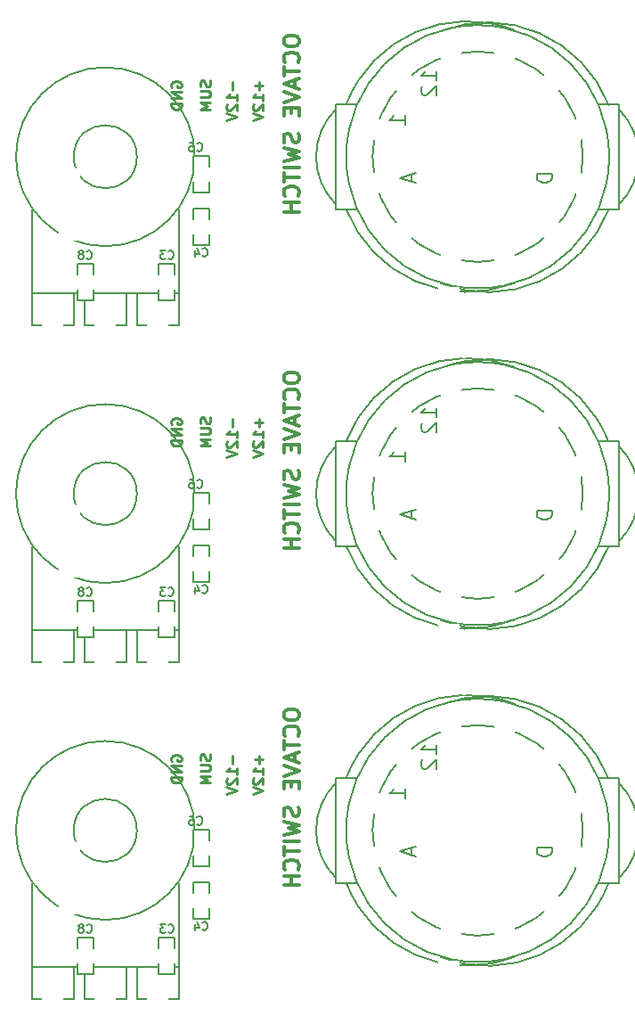
<source format=gbo>
G04 (created by PCBNEW (2013-07-07 BZR 4022)-stable) date 2014-08-05 10:31:38 AM*
%MOIN*%
G04 Gerber Fmt 3.4, Leading zero omitted, Abs format*
%FSLAX34Y34*%
G01*
G70*
G90*
G04 APERTURE LIST*
%ADD10C,0.00590551*%
%ADD11C,0.00984252*%
%ADD12C,0.011811*%
%ADD13C,0.005*%
%ADD14C,0.006*%
%ADD15O,1.0252X0.0212598*%
%ADD16C,0.0802748*%
%ADD17R,0.0565748X0.0465748*%
%ADD18R,0.0802748X0.0802748*%
%ADD19C,0.080315*%
%ADD20C,0.0212598*%
G04 APERTURE END LIST*
G54D10*
G54D11*
X16024Y-35428D02*
X16005Y-35390D01*
X16005Y-35334D01*
X16024Y-35278D01*
X16062Y-35240D01*
X16099Y-35222D01*
X16174Y-35203D01*
X16230Y-35203D01*
X16305Y-35222D01*
X16343Y-35240D01*
X16380Y-35278D01*
X16399Y-35334D01*
X16399Y-35372D01*
X16380Y-35428D01*
X16362Y-35447D01*
X16230Y-35447D01*
X16230Y-35372D01*
X16399Y-35615D02*
X16005Y-35615D01*
X16399Y-35840D01*
X16005Y-35840D01*
X16399Y-36028D02*
X16005Y-36028D01*
X16005Y-36122D01*
X16024Y-36178D01*
X16062Y-36215D01*
X16099Y-36234D01*
X16174Y-36253D01*
X16230Y-36253D01*
X16305Y-36234D01*
X16343Y-36215D01*
X16380Y-36178D01*
X16399Y-36122D01*
X16399Y-36028D01*
X17463Y-35184D02*
X17482Y-35240D01*
X17482Y-35334D01*
X17463Y-35372D01*
X17444Y-35390D01*
X17407Y-35409D01*
X17369Y-35409D01*
X17332Y-35390D01*
X17313Y-35372D01*
X17294Y-35334D01*
X17275Y-35259D01*
X17257Y-35222D01*
X17238Y-35203D01*
X17200Y-35184D01*
X17163Y-35184D01*
X17125Y-35203D01*
X17107Y-35222D01*
X17088Y-35259D01*
X17088Y-35353D01*
X17107Y-35409D01*
X17088Y-35578D02*
X17407Y-35578D01*
X17444Y-35597D01*
X17463Y-35615D01*
X17482Y-35653D01*
X17482Y-35728D01*
X17463Y-35765D01*
X17444Y-35784D01*
X17407Y-35803D01*
X17088Y-35803D01*
X17482Y-35990D02*
X17088Y-35990D01*
X17369Y-36122D01*
X17088Y-36253D01*
X17482Y-36253D01*
X18316Y-35231D02*
X18316Y-35531D01*
X18466Y-35925D02*
X18466Y-35700D01*
X18466Y-35812D02*
X18072Y-35812D01*
X18128Y-35775D01*
X18166Y-35737D01*
X18185Y-35700D01*
X18110Y-36075D02*
X18091Y-36093D01*
X18072Y-36131D01*
X18072Y-36225D01*
X18091Y-36262D01*
X18110Y-36281D01*
X18147Y-36300D01*
X18185Y-36300D01*
X18241Y-36281D01*
X18466Y-36056D01*
X18466Y-36300D01*
X18072Y-36412D02*
X18466Y-36543D01*
X18072Y-36675D01*
X19300Y-35231D02*
X19300Y-35531D01*
X19450Y-35381D02*
X19150Y-35381D01*
X19450Y-35925D02*
X19450Y-35700D01*
X19450Y-35812D02*
X19056Y-35812D01*
X19113Y-35775D01*
X19150Y-35737D01*
X19169Y-35700D01*
X19094Y-36075D02*
X19075Y-36093D01*
X19056Y-36131D01*
X19056Y-36225D01*
X19075Y-36262D01*
X19094Y-36281D01*
X19131Y-36300D01*
X19169Y-36300D01*
X19225Y-36281D01*
X19450Y-36056D01*
X19450Y-36300D01*
X19056Y-36412D02*
X19450Y-36543D01*
X19056Y-36675D01*
G54D12*
X20219Y-33647D02*
X20219Y-33759D01*
X20247Y-33816D01*
X20303Y-33872D01*
X20416Y-33900D01*
X20613Y-33900D01*
X20725Y-33872D01*
X20781Y-33816D01*
X20809Y-33759D01*
X20809Y-33647D01*
X20781Y-33591D01*
X20725Y-33534D01*
X20613Y-33506D01*
X20416Y-33506D01*
X20303Y-33534D01*
X20247Y-33591D01*
X20219Y-33647D01*
X20753Y-34491D02*
X20781Y-34462D01*
X20809Y-34378D01*
X20809Y-34322D01*
X20781Y-34237D01*
X20725Y-34181D01*
X20669Y-34153D01*
X20556Y-34125D01*
X20472Y-34125D01*
X20359Y-34153D01*
X20303Y-34181D01*
X20247Y-34237D01*
X20219Y-34322D01*
X20219Y-34378D01*
X20247Y-34462D01*
X20275Y-34491D01*
X20219Y-34659D02*
X20219Y-34997D01*
X20809Y-34828D02*
X20219Y-34828D01*
X20641Y-35165D02*
X20641Y-35447D01*
X20809Y-35109D02*
X20219Y-35306D01*
X20809Y-35503D01*
X20219Y-35615D02*
X20809Y-35812D01*
X20219Y-36009D01*
X20500Y-36206D02*
X20500Y-36403D01*
X20809Y-36487D02*
X20809Y-36206D01*
X20219Y-36206D01*
X20219Y-36487D01*
X20781Y-37162D02*
X20809Y-37246D01*
X20809Y-37387D01*
X20781Y-37443D01*
X20753Y-37471D01*
X20697Y-37500D01*
X20641Y-37500D01*
X20584Y-37471D01*
X20556Y-37443D01*
X20528Y-37387D01*
X20500Y-37275D01*
X20472Y-37218D01*
X20444Y-37190D01*
X20388Y-37162D01*
X20331Y-37162D01*
X20275Y-37190D01*
X20247Y-37218D01*
X20219Y-37275D01*
X20219Y-37415D01*
X20247Y-37500D01*
X20219Y-37696D02*
X20809Y-37837D01*
X20388Y-37949D01*
X20809Y-38062D01*
X20219Y-38203D01*
X20809Y-38428D02*
X20219Y-38428D01*
X20219Y-38624D02*
X20219Y-38962D01*
X20809Y-38793D02*
X20219Y-38793D01*
X20753Y-39496D02*
X20781Y-39468D01*
X20809Y-39384D01*
X20809Y-39327D01*
X20781Y-39243D01*
X20725Y-39187D01*
X20669Y-39159D01*
X20556Y-39131D01*
X20472Y-39131D01*
X20359Y-39159D01*
X20303Y-39187D01*
X20247Y-39243D01*
X20219Y-39327D01*
X20219Y-39384D01*
X20247Y-39468D01*
X20275Y-39496D01*
X20809Y-39749D02*
X20219Y-39749D01*
X20500Y-39749D02*
X20500Y-40087D01*
X20809Y-40087D02*
X20219Y-40087D01*
X20219Y-21048D02*
X20219Y-21161D01*
X20247Y-21217D01*
X20303Y-21273D01*
X20416Y-21302D01*
X20613Y-21302D01*
X20725Y-21273D01*
X20781Y-21217D01*
X20809Y-21161D01*
X20809Y-21048D01*
X20781Y-20992D01*
X20725Y-20936D01*
X20613Y-20908D01*
X20416Y-20908D01*
X20303Y-20936D01*
X20247Y-20992D01*
X20219Y-21048D01*
X20753Y-21892D02*
X20781Y-21864D01*
X20809Y-21780D01*
X20809Y-21723D01*
X20781Y-21639D01*
X20725Y-21583D01*
X20669Y-21555D01*
X20556Y-21526D01*
X20472Y-21526D01*
X20359Y-21555D01*
X20303Y-21583D01*
X20247Y-21639D01*
X20219Y-21723D01*
X20219Y-21780D01*
X20247Y-21864D01*
X20275Y-21892D01*
X20219Y-22061D02*
X20219Y-22398D01*
X20809Y-22230D02*
X20219Y-22230D01*
X20641Y-22567D02*
X20641Y-22848D01*
X20809Y-22511D02*
X20219Y-22708D01*
X20809Y-22904D01*
X20219Y-23017D02*
X20809Y-23214D01*
X20219Y-23411D01*
X20500Y-23607D02*
X20500Y-23804D01*
X20809Y-23889D02*
X20809Y-23607D01*
X20219Y-23607D01*
X20219Y-23889D01*
X20781Y-24564D02*
X20809Y-24648D01*
X20809Y-24789D01*
X20781Y-24845D01*
X20753Y-24873D01*
X20697Y-24901D01*
X20641Y-24901D01*
X20584Y-24873D01*
X20556Y-24845D01*
X20528Y-24789D01*
X20500Y-24676D01*
X20472Y-24620D01*
X20444Y-24592D01*
X20388Y-24564D01*
X20331Y-24564D01*
X20275Y-24592D01*
X20247Y-24620D01*
X20219Y-24676D01*
X20219Y-24817D01*
X20247Y-24901D01*
X20219Y-25098D02*
X20809Y-25239D01*
X20388Y-25351D01*
X20809Y-25464D01*
X20219Y-25604D01*
X20809Y-25829D02*
X20219Y-25829D01*
X20219Y-26026D02*
X20219Y-26363D01*
X20809Y-26195D02*
X20219Y-26195D01*
X20753Y-26898D02*
X20781Y-26870D01*
X20809Y-26785D01*
X20809Y-26729D01*
X20781Y-26645D01*
X20725Y-26588D01*
X20669Y-26560D01*
X20556Y-26532D01*
X20472Y-26532D01*
X20359Y-26560D01*
X20303Y-26588D01*
X20247Y-26645D01*
X20219Y-26729D01*
X20219Y-26785D01*
X20247Y-26870D01*
X20275Y-26898D01*
X20809Y-27151D02*
X20219Y-27151D01*
X20500Y-27151D02*
X20500Y-27488D01*
X20809Y-27488D02*
X20219Y-27488D01*
G54D11*
X19300Y-22633D02*
X19300Y-22933D01*
X19450Y-22783D02*
X19150Y-22783D01*
X19450Y-23326D02*
X19450Y-23101D01*
X19450Y-23214D02*
X19056Y-23214D01*
X19113Y-23176D01*
X19150Y-23139D01*
X19169Y-23101D01*
X19094Y-23476D02*
X19075Y-23495D01*
X19056Y-23532D01*
X19056Y-23626D01*
X19075Y-23664D01*
X19094Y-23682D01*
X19131Y-23701D01*
X19169Y-23701D01*
X19225Y-23682D01*
X19450Y-23458D01*
X19450Y-23701D01*
X19056Y-23814D02*
X19450Y-23945D01*
X19056Y-24076D01*
X18316Y-22633D02*
X18316Y-22933D01*
X18466Y-23326D02*
X18466Y-23101D01*
X18466Y-23214D02*
X18072Y-23214D01*
X18128Y-23176D01*
X18166Y-23139D01*
X18185Y-23101D01*
X18110Y-23476D02*
X18091Y-23495D01*
X18072Y-23532D01*
X18072Y-23626D01*
X18091Y-23664D01*
X18110Y-23682D01*
X18147Y-23701D01*
X18185Y-23701D01*
X18241Y-23682D01*
X18466Y-23458D01*
X18466Y-23701D01*
X18072Y-23814D02*
X18466Y-23945D01*
X18072Y-24076D01*
X17463Y-22586D02*
X17482Y-22642D01*
X17482Y-22736D01*
X17463Y-22773D01*
X17444Y-22792D01*
X17407Y-22811D01*
X17369Y-22811D01*
X17332Y-22792D01*
X17313Y-22773D01*
X17294Y-22736D01*
X17275Y-22661D01*
X17257Y-22623D01*
X17238Y-22604D01*
X17200Y-22586D01*
X17163Y-22586D01*
X17125Y-22604D01*
X17107Y-22623D01*
X17088Y-22661D01*
X17088Y-22754D01*
X17107Y-22811D01*
X17088Y-22979D02*
X17407Y-22979D01*
X17444Y-22998D01*
X17463Y-23017D01*
X17482Y-23054D01*
X17482Y-23129D01*
X17463Y-23167D01*
X17444Y-23186D01*
X17407Y-23204D01*
X17088Y-23204D01*
X17482Y-23392D02*
X17088Y-23392D01*
X17369Y-23523D01*
X17088Y-23654D01*
X17482Y-23654D01*
X16024Y-22829D02*
X16005Y-22792D01*
X16005Y-22736D01*
X16024Y-22679D01*
X16062Y-22642D01*
X16099Y-22623D01*
X16174Y-22604D01*
X16230Y-22604D01*
X16305Y-22623D01*
X16343Y-22642D01*
X16380Y-22679D01*
X16399Y-22736D01*
X16399Y-22773D01*
X16380Y-22829D01*
X16362Y-22848D01*
X16230Y-22848D01*
X16230Y-22773D01*
X16399Y-23017D02*
X16005Y-23017D01*
X16399Y-23242D01*
X16005Y-23242D01*
X16399Y-23429D02*
X16005Y-23429D01*
X16005Y-23523D01*
X16024Y-23579D01*
X16062Y-23617D01*
X16099Y-23636D01*
X16174Y-23654D01*
X16230Y-23654D01*
X16305Y-23636D01*
X16343Y-23617D01*
X16380Y-23579D01*
X16399Y-23523D01*
X16399Y-23429D01*
X16024Y-10231D02*
X16005Y-10194D01*
X16005Y-10137D01*
X16024Y-10081D01*
X16062Y-10044D01*
X16099Y-10025D01*
X16174Y-10006D01*
X16230Y-10006D01*
X16305Y-10025D01*
X16343Y-10044D01*
X16380Y-10081D01*
X16399Y-10137D01*
X16399Y-10175D01*
X16380Y-10231D01*
X16362Y-10250D01*
X16230Y-10250D01*
X16230Y-10175D01*
X16399Y-10419D02*
X16005Y-10419D01*
X16399Y-10643D01*
X16005Y-10643D01*
X16399Y-10831D02*
X16005Y-10831D01*
X16005Y-10925D01*
X16024Y-10981D01*
X16062Y-11018D01*
X16099Y-11037D01*
X16174Y-11056D01*
X16230Y-11056D01*
X16305Y-11037D01*
X16343Y-11018D01*
X16380Y-10981D01*
X16399Y-10925D01*
X16399Y-10831D01*
X17463Y-9987D02*
X17482Y-10044D01*
X17482Y-10137D01*
X17463Y-10175D01*
X17444Y-10194D01*
X17407Y-10212D01*
X17369Y-10212D01*
X17332Y-10194D01*
X17313Y-10175D01*
X17294Y-10137D01*
X17275Y-10062D01*
X17257Y-10025D01*
X17238Y-10006D01*
X17200Y-9987D01*
X17163Y-9987D01*
X17125Y-10006D01*
X17107Y-10025D01*
X17088Y-10062D01*
X17088Y-10156D01*
X17107Y-10212D01*
X17088Y-10381D02*
X17407Y-10381D01*
X17444Y-10400D01*
X17463Y-10419D01*
X17482Y-10456D01*
X17482Y-10531D01*
X17463Y-10568D01*
X17444Y-10587D01*
X17407Y-10606D01*
X17088Y-10606D01*
X17482Y-10793D02*
X17088Y-10793D01*
X17369Y-10925D01*
X17088Y-11056D01*
X17482Y-11056D01*
X18316Y-10034D02*
X18316Y-10334D01*
X18466Y-10728D02*
X18466Y-10503D01*
X18466Y-10615D02*
X18072Y-10615D01*
X18128Y-10578D01*
X18166Y-10540D01*
X18185Y-10503D01*
X18110Y-10878D02*
X18091Y-10897D01*
X18072Y-10934D01*
X18072Y-11028D01*
X18091Y-11065D01*
X18110Y-11084D01*
X18147Y-11103D01*
X18185Y-11103D01*
X18241Y-11084D01*
X18466Y-10859D01*
X18466Y-11103D01*
X18072Y-11215D02*
X18466Y-11347D01*
X18072Y-11478D01*
X19300Y-10034D02*
X19300Y-10334D01*
X19450Y-10184D02*
X19150Y-10184D01*
X19450Y-10728D02*
X19450Y-10503D01*
X19450Y-10615D02*
X19056Y-10615D01*
X19113Y-10578D01*
X19150Y-10540D01*
X19169Y-10503D01*
X19094Y-10878D02*
X19075Y-10897D01*
X19056Y-10934D01*
X19056Y-11028D01*
X19075Y-11065D01*
X19094Y-11084D01*
X19131Y-11103D01*
X19169Y-11103D01*
X19225Y-11084D01*
X19450Y-10859D01*
X19450Y-11103D01*
X19056Y-11215D02*
X19450Y-11347D01*
X19056Y-11478D01*
G54D12*
X20219Y-8450D02*
X20219Y-8562D01*
X20247Y-8619D01*
X20303Y-8675D01*
X20416Y-8703D01*
X20613Y-8703D01*
X20725Y-8675D01*
X20781Y-8619D01*
X20809Y-8562D01*
X20809Y-8450D01*
X20781Y-8394D01*
X20725Y-8338D01*
X20613Y-8309D01*
X20416Y-8309D01*
X20303Y-8338D01*
X20247Y-8394D01*
X20219Y-8450D01*
X20753Y-9294D02*
X20781Y-9266D01*
X20809Y-9181D01*
X20809Y-9125D01*
X20781Y-9041D01*
X20725Y-8984D01*
X20669Y-8956D01*
X20556Y-8928D01*
X20472Y-8928D01*
X20359Y-8956D01*
X20303Y-8984D01*
X20247Y-9041D01*
X20219Y-9125D01*
X20219Y-9181D01*
X20247Y-9266D01*
X20275Y-9294D01*
X20219Y-9462D02*
X20219Y-9800D01*
X20809Y-9631D02*
X20219Y-9631D01*
X20641Y-9969D02*
X20641Y-10250D01*
X20809Y-9912D02*
X20219Y-10109D01*
X20809Y-10306D01*
X20219Y-10419D02*
X20809Y-10615D01*
X20219Y-10812D01*
X20500Y-11009D02*
X20500Y-11206D01*
X20809Y-11290D02*
X20809Y-11009D01*
X20219Y-11009D01*
X20219Y-11290D01*
X20781Y-11965D02*
X20809Y-12050D01*
X20809Y-12190D01*
X20781Y-12246D01*
X20753Y-12275D01*
X20697Y-12303D01*
X20641Y-12303D01*
X20584Y-12275D01*
X20556Y-12246D01*
X20528Y-12190D01*
X20500Y-12078D01*
X20472Y-12021D01*
X20444Y-11993D01*
X20388Y-11965D01*
X20331Y-11965D01*
X20275Y-11993D01*
X20247Y-12021D01*
X20219Y-12078D01*
X20219Y-12218D01*
X20247Y-12303D01*
X20219Y-12500D02*
X20809Y-12640D01*
X20388Y-12753D01*
X20809Y-12865D01*
X20219Y-13006D01*
X20809Y-13231D02*
X20219Y-13231D01*
X20219Y-13428D02*
X20219Y-13765D01*
X20809Y-13596D02*
X20219Y-13596D01*
X20753Y-14299D02*
X20781Y-14271D01*
X20809Y-14187D01*
X20809Y-14131D01*
X20781Y-14046D01*
X20725Y-13990D01*
X20669Y-13962D01*
X20556Y-13934D01*
X20472Y-13934D01*
X20359Y-13962D01*
X20303Y-13990D01*
X20247Y-14046D01*
X20219Y-14131D01*
X20219Y-14187D01*
X20247Y-14271D01*
X20275Y-14299D01*
X20809Y-14552D02*
X20219Y-14552D01*
X20500Y-14552D02*
X20500Y-14890D01*
X20809Y-14890D02*
X20219Y-14890D01*
G54D10*
X14724Y-43149D02*
X14724Y-44330D01*
X14724Y-44330D02*
X16299Y-44330D01*
X12755Y-43149D02*
X12755Y-44330D01*
X12755Y-44330D02*
X14330Y-44330D01*
X14330Y-44330D02*
X14330Y-43149D01*
X10787Y-44330D02*
X12362Y-44330D01*
X12362Y-44330D02*
X12362Y-43149D01*
X16299Y-43149D02*
X10787Y-43149D01*
X10787Y-44330D02*
X10787Y-40000D01*
X16299Y-44330D02*
X16299Y-40000D01*
X14724Y-38031D02*
G75*
G03X14724Y-38031I-1181J0D01*
G74*
G01*
X16889Y-38031D02*
G75*
G03X16889Y-38031I-3346J0D01*
G74*
G01*
G54D13*
X16825Y-40929D02*
X16825Y-41329D01*
X16825Y-41329D02*
X17425Y-41329D01*
X17425Y-41329D02*
X17425Y-40929D01*
X17425Y-40369D02*
X17425Y-39969D01*
X17425Y-39969D02*
X16825Y-39969D01*
X16825Y-39969D02*
X16825Y-40369D01*
X16825Y-38961D02*
X16825Y-39361D01*
X16825Y-39361D02*
X17425Y-39361D01*
X17425Y-39361D02*
X17425Y-38961D01*
X17425Y-38401D02*
X17425Y-38001D01*
X17425Y-38001D02*
X16825Y-38001D01*
X16825Y-38001D02*
X16825Y-38401D01*
X16146Y-42436D02*
X16146Y-42036D01*
X16146Y-42036D02*
X15546Y-42036D01*
X15546Y-42036D02*
X15546Y-42436D01*
X15546Y-42996D02*
X15546Y-43396D01*
X15546Y-43396D02*
X16146Y-43396D01*
X16146Y-43396D02*
X16146Y-42996D01*
G54D10*
X32775Y-36070D02*
X32775Y-40007D01*
X32775Y-36070D02*
X31988Y-36070D01*
X32775Y-40007D02*
X31988Y-40007D01*
X32775Y-39811D02*
G75*
G03X32775Y-36267I-1771J1771D01*
G74*
G01*
X26080Y-42762D02*
G75*
G03X32380Y-40010I1773J4526D01*
G74*
G01*
X26080Y-33339D02*
G75*
G02X32380Y-36092I1773J-4526D01*
G74*
G01*
X28864Y-33300D02*
G75*
G03X22563Y-36052I-1773J-4526D01*
G74*
G01*
X28860Y-42754D02*
G75*
G02X22559Y-40002I-1773J4526D01*
G74*
G01*
X22165Y-39803D02*
G75*
G02X22165Y-36259I1771J1771D01*
G74*
G01*
X22165Y-40000D02*
X22952Y-40000D01*
X22165Y-36062D02*
X22952Y-36062D01*
X22165Y-36062D02*
X22165Y-40000D01*
X32401Y-38031D02*
G75*
G03X32401Y-38031I-4921J0D01*
G74*
G01*
X31417Y-38031D02*
G75*
G03X31417Y-38031I-3937J0D01*
G74*
G01*
G54D13*
X12495Y-42996D02*
X12495Y-43396D01*
X12495Y-43396D02*
X13095Y-43396D01*
X13095Y-43396D02*
X13095Y-42996D01*
X13095Y-42436D02*
X13095Y-42036D01*
X13095Y-42036D02*
X12495Y-42036D01*
X12495Y-42036D02*
X12495Y-42436D01*
X12495Y-30398D02*
X12495Y-30798D01*
X12495Y-30798D02*
X13095Y-30798D01*
X13095Y-30798D02*
X13095Y-30398D01*
X13095Y-29838D02*
X13095Y-29438D01*
X13095Y-29438D02*
X12495Y-29438D01*
X12495Y-29438D02*
X12495Y-29838D01*
G54D10*
X32775Y-23472D02*
X32775Y-27409D01*
X32775Y-23472D02*
X31988Y-23472D01*
X32775Y-27409D02*
X31988Y-27409D01*
X32775Y-27212D02*
G75*
G03X32775Y-23669I-1771J1771D01*
G74*
G01*
X26080Y-30164D02*
G75*
G03X32380Y-27411I1773J4526D01*
G74*
G01*
X26080Y-20741D02*
G75*
G02X32380Y-23493I1773J-4526D01*
G74*
G01*
X28864Y-20701D02*
G75*
G03X22563Y-23454I-1773J-4526D01*
G74*
G01*
X28860Y-30156D02*
G75*
G02X22559Y-27403I-1773J4526D01*
G74*
G01*
X22165Y-27204D02*
G75*
G02X22165Y-23661I1771J1771D01*
G74*
G01*
X22165Y-27401D02*
X22952Y-27401D01*
X22165Y-23464D02*
X22952Y-23464D01*
X22165Y-23464D02*
X22165Y-27401D01*
X32401Y-25433D02*
G75*
G03X32401Y-25433I-4921J0D01*
G74*
G01*
X31417Y-25433D02*
G75*
G03X31417Y-25433I-3937J0D01*
G74*
G01*
G54D13*
X16146Y-29838D02*
X16146Y-29438D01*
X16146Y-29438D02*
X15546Y-29438D01*
X15546Y-29438D02*
X15546Y-29838D01*
X15546Y-30398D02*
X15546Y-30798D01*
X15546Y-30798D02*
X16146Y-30798D01*
X16146Y-30798D02*
X16146Y-30398D01*
X16825Y-26362D02*
X16825Y-26762D01*
X16825Y-26762D02*
X17425Y-26762D01*
X17425Y-26762D02*
X17425Y-26362D01*
X17425Y-25802D02*
X17425Y-25402D01*
X17425Y-25402D02*
X16825Y-25402D01*
X16825Y-25402D02*
X16825Y-25802D01*
X16825Y-28331D02*
X16825Y-28731D01*
X16825Y-28731D02*
X17425Y-28731D01*
X17425Y-28731D02*
X17425Y-28331D01*
X17425Y-27771D02*
X17425Y-27371D01*
X17425Y-27371D02*
X16825Y-27371D01*
X16825Y-27371D02*
X16825Y-27771D01*
G54D10*
X14724Y-30551D02*
X14724Y-31732D01*
X14724Y-31732D02*
X16299Y-31732D01*
X12755Y-30551D02*
X12755Y-31732D01*
X12755Y-31732D02*
X14330Y-31732D01*
X14330Y-31732D02*
X14330Y-30551D01*
X10787Y-31732D02*
X12362Y-31732D01*
X12362Y-31732D02*
X12362Y-30551D01*
X16299Y-30551D02*
X10787Y-30551D01*
X10787Y-31732D02*
X10787Y-27401D01*
X16299Y-31732D02*
X16299Y-27401D01*
X14724Y-25433D02*
G75*
G03X14724Y-25433I-1181J0D01*
G74*
G01*
X16889Y-25433D02*
G75*
G03X16889Y-25433I-3346J0D01*
G74*
G01*
X14724Y-17952D02*
X14724Y-19133D01*
X14724Y-19133D02*
X16299Y-19133D01*
X12755Y-17952D02*
X12755Y-19133D01*
X12755Y-19133D02*
X14330Y-19133D01*
X14330Y-19133D02*
X14330Y-17952D01*
X10787Y-19133D02*
X12362Y-19133D01*
X12362Y-19133D02*
X12362Y-17952D01*
X16299Y-17952D02*
X10787Y-17952D01*
X10787Y-19133D02*
X10787Y-14803D01*
X16299Y-19133D02*
X16299Y-14803D01*
X14724Y-12834D02*
G75*
G03X14724Y-12834I-1181J0D01*
G74*
G01*
X16889Y-12834D02*
G75*
G03X16889Y-12834I-3346J0D01*
G74*
G01*
G54D13*
X16825Y-15732D02*
X16825Y-16132D01*
X16825Y-16132D02*
X17425Y-16132D01*
X17425Y-16132D02*
X17425Y-15732D01*
X17425Y-15172D02*
X17425Y-14772D01*
X17425Y-14772D02*
X16825Y-14772D01*
X16825Y-14772D02*
X16825Y-15172D01*
X16825Y-13764D02*
X16825Y-14164D01*
X16825Y-14164D02*
X17425Y-14164D01*
X17425Y-14164D02*
X17425Y-13764D01*
X17425Y-13204D02*
X17425Y-12804D01*
X17425Y-12804D02*
X16825Y-12804D01*
X16825Y-12804D02*
X16825Y-13204D01*
X16146Y-17239D02*
X16146Y-16839D01*
X16146Y-16839D02*
X15546Y-16839D01*
X15546Y-16839D02*
X15546Y-17239D01*
X15546Y-17799D02*
X15546Y-18199D01*
X15546Y-18199D02*
X16146Y-18199D01*
X16146Y-18199D02*
X16146Y-17799D01*
G54D10*
X32775Y-10874D02*
X32775Y-14811D01*
X32775Y-10874D02*
X31988Y-10874D01*
X32775Y-14811D02*
X31988Y-14811D01*
X32775Y-14614D02*
G75*
G03X32775Y-11070I-1771J1771D01*
G74*
G01*
X26080Y-17566D02*
G75*
G03X32380Y-14813I1773J4526D01*
G74*
G01*
X26080Y-8142D02*
G75*
G02X32380Y-10895I1773J-4526D01*
G74*
G01*
X28864Y-8103D02*
G75*
G03X22563Y-10855I-1773J-4526D01*
G74*
G01*
X28860Y-17558D02*
G75*
G02X22559Y-14805I-1773J4526D01*
G74*
G01*
X22165Y-14606D02*
G75*
G02X22165Y-11062I1771J1771D01*
G74*
G01*
X22165Y-14803D02*
X22952Y-14803D01*
X22165Y-10866D02*
X22952Y-10866D01*
X22165Y-10866D02*
X22165Y-14803D01*
X32401Y-12834D02*
G75*
G03X32401Y-12834I-4921J0D01*
G74*
G01*
X31417Y-12834D02*
G75*
G03X31417Y-12834I-3937J0D01*
G74*
G01*
G54D13*
X12495Y-17799D02*
X12495Y-18199D01*
X12495Y-18199D02*
X13095Y-18199D01*
X13095Y-18199D02*
X13095Y-17799D01*
X13095Y-17239D02*
X13095Y-16839D01*
X13095Y-16839D02*
X12495Y-16839D01*
X12495Y-16839D02*
X12495Y-17239D01*
G54D14*
X16982Y-37795D02*
X16997Y-37811D01*
X17043Y-37826D01*
X17073Y-37826D01*
X17119Y-37811D01*
X17150Y-37780D01*
X17165Y-37750D01*
X17180Y-37689D01*
X17180Y-37643D01*
X17165Y-37582D01*
X17150Y-37552D01*
X17119Y-37521D01*
X17073Y-37506D01*
X17043Y-37506D01*
X16997Y-37521D01*
X16982Y-37536D01*
X16708Y-37506D02*
X16769Y-37506D01*
X16799Y-37521D01*
X16814Y-37536D01*
X16845Y-37582D01*
X16860Y-37643D01*
X16860Y-37765D01*
X16845Y-37795D01*
X16830Y-37811D01*
X16799Y-37826D01*
X16738Y-37826D01*
X16708Y-37811D01*
X16692Y-37795D01*
X16677Y-37765D01*
X16677Y-37689D01*
X16692Y-37658D01*
X16708Y-37643D01*
X16738Y-37628D01*
X16799Y-37628D01*
X16830Y-37643D01*
X16845Y-37658D01*
X16860Y-37689D01*
X17179Y-41732D02*
X17194Y-41748D01*
X17240Y-41763D01*
X17270Y-41763D01*
X17316Y-41748D01*
X17346Y-41717D01*
X17362Y-41687D01*
X17377Y-41626D01*
X17377Y-41580D01*
X17362Y-41519D01*
X17346Y-41489D01*
X17316Y-41458D01*
X17270Y-41443D01*
X17240Y-41443D01*
X17194Y-41458D01*
X17179Y-41473D01*
X16905Y-41550D02*
X16905Y-41763D01*
X16981Y-41428D02*
X17057Y-41656D01*
X16859Y-41656D01*
X15899Y-41831D02*
X15915Y-41846D01*
X15960Y-41861D01*
X15991Y-41861D01*
X16036Y-41846D01*
X16067Y-41816D01*
X16082Y-41785D01*
X16097Y-41724D01*
X16097Y-41678D01*
X16082Y-41617D01*
X16067Y-41587D01*
X16036Y-41557D01*
X15991Y-41541D01*
X15960Y-41541D01*
X15915Y-41557D01*
X15899Y-41572D01*
X15793Y-41541D02*
X15595Y-41541D01*
X15701Y-41663D01*
X15655Y-41663D01*
X15625Y-41678D01*
X15610Y-41694D01*
X15595Y-41724D01*
X15595Y-41800D01*
X15610Y-41831D01*
X15625Y-41846D01*
X15655Y-41861D01*
X15747Y-41861D01*
X15777Y-41846D01*
X15793Y-41831D01*
G54D10*
X25947Y-35163D02*
X25947Y-34825D01*
X25947Y-34994D02*
X25357Y-34994D01*
X25441Y-34938D01*
X25497Y-34881D01*
X25525Y-34825D01*
X25413Y-35388D02*
X25385Y-35416D01*
X25357Y-35472D01*
X25357Y-35613D01*
X25385Y-35669D01*
X25413Y-35697D01*
X25469Y-35725D01*
X25525Y-35725D01*
X25610Y-35697D01*
X25947Y-35359D01*
X25947Y-35725D01*
X24766Y-36822D02*
X24766Y-36484D01*
X24766Y-36653D02*
X24176Y-36653D01*
X24260Y-36597D01*
X24316Y-36541D01*
X24344Y-36484D01*
X30278Y-38664D02*
X29687Y-38664D01*
X29687Y-38804D01*
X29715Y-38889D01*
X29772Y-38945D01*
X29828Y-38973D01*
X29940Y-39001D01*
X30025Y-39001D01*
X30137Y-38973D01*
X30194Y-38945D01*
X30250Y-38889D01*
X30278Y-38804D01*
X30278Y-38664D01*
X24991Y-38678D02*
X24991Y-38959D01*
X25160Y-38622D02*
X24569Y-38818D01*
X25160Y-39015D01*
G54D14*
X12848Y-41831D02*
X12863Y-41846D01*
X12909Y-41861D01*
X12940Y-41861D01*
X12985Y-41846D01*
X13016Y-41816D01*
X13031Y-41785D01*
X13046Y-41724D01*
X13046Y-41678D01*
X13031Y-41617D01*
X13016Y-41587D01*
X12985Y-41557D01*
X12940Y-41541D01*
X12909Y-41541D01*
X12863Y-41557D01*
X12848Y-41572D01*
X12665Y-41678D02*
X12696Y-41663D01*
X12711Y-41648D01*
X12726Y-41617D01*
X12726Y-41602D01*
X12711Y-41572D01*
X12696Y-41557D01*
X12665Y-41541D01*
X12604Y-41541D01*
X12574Y-41557D01*
X12559Y-41572D01*
X12543Y-41602D01*
X12543Y-41617D01*
X12559Y-41648D01*
X12574Y-41663D01*
X12604Y-41678D01*
X12665Y-41678D01*
X12696Y-41694D01*
X12711Y-41709D01*
X12726Y-41739D01*
X12726Y-41800D01*
X12711Y-41831D01*
X12696Y-41846D01*
X12665Y-41861D01*
X12604Y-41861D01*
X12574Y-41846D01*
X12559Y-41831D01*
X12543Y-41800D01*
X12543Y-41739D01*
X12559Y-41709D01*
X12574Y-41694D01*
X12604Y-41678D01*
X12848Y-29232D02*
X12863Y-29248D01*
X12909Y-29263D01*
X12940Y-29263D01*
X12985Y-29248D01*
X13016Y-29217D01*
X13031Y-29187D01*
X13046Y-29126D01*
X13046Y-29080D01*
X13031Y-29019D01*
X13016Y-28989D01*
X12985Y-28958D01*
X12940Y-28943D01*
X12909Y-28943D01*
X12863Y-28958D01*
X12848Y-28973D01*
X12665Y-29080D02*
X12696Y-29065D01*
X12711Y-29050D01*
X12726Y-29019D01*
X12726Y-29004D01*
X12711Y-28973D01*
X12696Y-28958D01*
X12665Y-28943D01*
X12604Y-28943D01*
X12574Y-28958D01*
X12559Y-28973D01*
X12543Y-29004D01*
X12543Y-29019D01*
X12559Y-29050D01*
X12574Y-29065D01*
X12604Y-29080D01*
X12665Y-29080D01*
X12696Y-29095D01*
X12711Y-29111D01*
X12726Y-29141D01*
X12726Y-29202D01*
X12711Y-29232D01*
X12696Y-29248D01*
X12665Y-29263D01*
X12604Y-29263D01*
X12574Y-29248D01*
X12559Y-29232D01*
X12543Y-29202D01*
X12543Y-29141D01*
X12559Y-29111D01*
X12574Y-29095D01*
X12604Y-29080D01*
G54D10*
X25947Y-22564D02*
X25947Y-22227D01*
X25947Y-22395D02*
X25357Y-22395D01*
X25441Y-22339D01*
X25497Y-22283D01*
X25525Y-22227D01*
X25413Y-22789D02*
X25385Y-22817D01*
X25357Y-22874D01*
X25357Y-23014D01*
X25385Y-23070D01*
X25413Y-23098D01*
X25469Y-23127D01*
X25525Y-23127D01*
X25610Y-23098D01*
X25947Y-22761D01*
X25947Y-23127D01*
X24766Y-24223D02*
X24766Y-23886D01*
X24766Y-24055D02*
X24176Y-24055D01*
X24260Y-23998D01*
X24316Y-23942D01*
X24344Y-23886D01*
X30278Y-26065D02*
X29687Y-26065D01*
X29687Y-26206D01*
X29715Y-26290D01*
X29772Y-26347D01*
X29828Y-26375D01*
X29940Y-26403D01*
X30025Y-26403D01*
X30137Y-26375D01*
X30194Y-26347D01*
X30250Y-26290D01*
X30278Y-26206D01*
X30278Y-26065D01*
X24991Y-26079D02*
X24991Y-26361D01*
X25160Y-26023D02*
X24569Y-26220D01*
X25160Y-26417D01*
G54D14*
X15899Y-29232D02*
X15915Y-29248D01*
X15960Y-29263D01*
X15991Y-29263D01*
X16036Y-29248D01*
X16067Y-29217D01*
X16082Y-29187D01*
X16097Y-29126D01*
X16097Y-29080D01*
X16082Y-29019D01*
X16067Y-28989D01*
X16036Y-28958D01*
X15991Y-28943D01*
X15960Y-28943D01*
X15915Y-28958D01*
X15899Y-28973D01*
X15793Y-28943D02*
X15595Y-28943D01*
X15701Y-29065D01*
X15655Y-29065D01*
X15625Y-29080D01*
X15610Y-29095D01*
X15595Y-29126D01*
X15595Y-29202D01*
X15610Y-29232D01*
X15625Y-29248D01*
X15655Y-29263D01*
X15747Y-29263D01*
X15777Y-29248D01*
X15793Y-29232D01*
X17179Y-29134D02*
X17194Y-29149D01*
X17240Y-29164D01*
X17270Y-29164D01*
X17316Y-29149D01*
X17346Y-29119D01*
X17362Y-29088D01*
X17377Y-29027D01*
X17377Y-28982D01*
X17362Y-28921D01*
X17346Y-28890D01*
X17316Y-28860D01*
X17270Y-28844D01*
X17240Y-28844D01*
X17194Y-28860D01*
X17179Y-28875D01*
X16905Y-28951D02*
X16905Y-29164D01*
X16981Y-28829D02*
X17057Y-29058D01*
X16859Y-29058D01*
X16982Y-25197D02*
X16997Y-25212D01*
X17043Y-25227D01*
X17073Y-25227D01*
X17119Y-25212D01*
X17150Y-25182D01*
X17165Y-25151D01*
X17180Y-25090D01*
X17180Y-25045D01*
X17165Y-24984D01*
X17150Y-24953D01*
X17119Y-24923D01*
X17073Y-24907D01*
X17043Y-24907D01*
X16997Y-24923D01*
X16982Y-24938D01*
X16708Y-24907D02*
X16769Y-24907D01*
X16799Y-24923D01*
X16814Y-24938D01*
X16845Y-24984D01*
X16860Y-25045D01*
X16860Y-25166D01*
X16845Y-25197D01*
X16830Y-25212D01*
X16799Y-25227D01*
X16738Y-25227D01*
X16708Y-25212D01*
X16692Y-25197D01*
X16677Y-25166D01*
X16677Y-25090D01*
X16692Y-25060D01*
X16708Y-25045D01*
X16738Y-25029D01*
X16799Y-25029D01*
X16830Y-25045D01*
X16845Y-25060D01*
X16860Y-25090D01*
X16982Y-12599D02*
X16997Y-12614D01*
X17043Y-12629D01*
X17073Y-12629D01*
X17119Y-12614D01*
X17150Y-12583D01*
X17165Y-12553D01*
X17180Y-12492D01*
X17180Y-12446D01*
X17165Y-12385D01*
X17150Y-12355D01*
X17119Y-12324D01*
X17073Y-12309D01*
X17043Y-12309D01*
X16997Y-12324D01*
X16982Y-12340D01*
X16708Y-12309D02*
X16769Y-12309D01*
X16799Y-12324D01*
X16814Y-12340D01*
X16845Y-12385D01*
X16860Y-12446D01*
X16860Y-12568D01*
X16845Y-12599D01*
X16830Y-12614D01*
X16799Y-12629D01*
X16738Y-12629D01*
X16708Y-12614D01*
X16692Y-12599D01*
X16677Y-12568D01*
X16677Y-12492D01*
X16692Y-12461D01*
X16708Y-12446D01*
X16738Y-12431D01*
X16799Y-12431D01*
X16830Y-12446D01*
X16845Y-12461D01*
X16860Y-12492D01*
X17179Y-16536D02*
X17194Y-16551D01*
X17240Y-16566D01*
X17270Y-16566D01*
X17316Y-16551D01*
X17346Y-16520D01*
X17362Y-16490D01*
X17377Y-16429D01*
X17377Y-16383D01*
X17362Y-16322D01*
X17346Y-16292D01*
X17316Y-16261D01*
X17270Y-16246D01*
X17240Y-16246D01*
X17194Y-16261D01*
X17179Y-16277D01*
X16905Y-16353D02*
X16905Y-16566D01*
X16981Y-16231D02*
X17057Y-16459D01*
X16859Y-16459D01*
X15899Y-16634D02*
X15915Y-16649D01*
X15960Y-16664D01*
X15991Y-16664D01*
X16036Y-16649D01*
X16067Y-16619D01*
X16082Y-16588D01*
X16097Y-16527D01*
X16097Y-16482D01*
X16082Y-16421D01*
X16067Y-16390D01*
X16036Y-16360D01*
X15991Y-16344D01*
X15960Y-16344D01*
X15915Y-16360D01*
X15899Y-16375D01*
X15793Y-16344D02*
X15595Y-16344D01*
X15701Y-16466D01*
X15655Y-16466D01*
X15625Y-16482D01*
X15610Y-16497D01*
X15595Y-16527D01*
X15595Y-16604D01*
X15610Y-16634D01*
X15625Y-16649D01*
X15655Y-16664D01*
X15747Y-16664D01*
X15777Y-16649D01*
X15793Y-16634D01*
G54D10*
X25947Y-9966D02*
X25947Y-9628D01*
X25947Y-9797D02*
X25357Y-9797D01*
X25441Y-9741D01*
X25497Y-9685D01*
X25525Y-9628D01*
X25413Y-10191D02*
X25385Y-10219D01*
X25357Y-10275D01*
X25357Y-10416D01*
X25385Y-10472D01*
X25413Y-10500D01*
X25469Y-10528D01*
X25525Y-10528D01*
X25610Y-10500D01*
X25947Y-10163D01*
X25947Y-10528D01*
X24766Y-11625D02*
X24766Y-11287D01*
X24766Y-11456D02*
X24176Y-11456D01*
X24260Y-11400D01*
X24316Y-11344D01*
X24344Y-11287D01*
X30278Y-13467D02*
X29687Y-13467D01*
X29687Y-13607D01*
X29715Y-13692D01*
X29772Y-13748D01*
X29828Y-13776D01*
X29940Y-13804D01*
X30025Y-13804D01*
X30137Y-13776D01*
X30194Y-13748D01*
X30250Y-13692D01*
X30278Y-13607D01*
X30278Y-13467D01*
X24991Y-13481D02*
X24991Y-13762D01*
X25160Y-13425D02*
X24569Y-13622D01*
X25160Y-13818D01*
G54D14*
X12848Y-16634D02*
X12863Y-16649D01*
X12909Y-16664D01*
X12940Y-16664D01*
X12985Y-16649D01*
X13016Y-16619D01*
X13031Y-16588D01*
X13046Y-16527D01*
X13046Y-16482D01*
X13031Y-16421D01*
X13016Y-16390D01*
X12985Y-16360D01*
X12940Y-16344D01*
X12909Y-16344D01*
X12863Y-16360D01*
X12848Y-16375D01*
X12665Y-16482D02*
X12696Y-16466D01*
X12711Y-16451D01*
X12726Y-16421D01*
X12726Y-16405D01*
X12711Y-16375D01*
X12696Y-16360D01*
X12665Y-16344D01*
X12604Y-16344D01*
X12574Y-16360D01*
X12559Y-16375D01*
X12543Y-16405D01*
X12543Y-16421D01*
X12559Y-16451D01*
X12574Y-16466D01*
X12604Y-16482D01*
X12665Y-16482D01*
X12696Y-16497D01*
X12711Y-16512D01*
X12726Y-16543D01*
X12726Y-16604D01*
X12711Y-16634D01*
X12696Y-16649D01*
X12665Y-16664D01*
X12604Y-16664D01*
X12574Y-16649D01*
X12559Y-16634D01*
X12543Y-16604D01*
X12543Y-16543D01*
X12559Y-16512D01*
X12574Y-16497D01*
X12604Y-16482D01*
%LPC*%
G54D15*
X21259Y-32874D03*
X21259Y-20275D03*
G54D16*
X13543Y-44330D03*
X11574Y-44330D03*
X15511Y-44330D03*
G54D17*
X17125Y-41074D03*
X17125Y-40224D03*
X17125Y-39106D03*
X17125Y-38256D03*
X15846Y-42291D03*
X15846Y-43141D03*
G54D18*
X19216Y-34547D03*
G54D16*
X18216Y-34547D03*
X17216Y-34547D03*
X16216Y-34547D03*
G54D19*
X23677Y-37011D03*
X24696Y-35248D03*
X26460Y-34228D03*
X28500Y-34228D03*
X30263Y-35248D03*
X31283Y-37011D03*
X29645Y-38031D03*
X25314Y-38031D03*
X23677Y-39051D03*
X24696Y-40814D03*
X26460Y-41834D03*
X28500Y-41834D03*
X30263Y-40814D03*
X31283Y-39051D03*
G54D17*
X12795Y-43141D03*
X12795Y-42291D03*
G54D16*
X18307Y-44307D03*
X17307Y-43307D03*
G54D18*
X19307Y-43307D03*
G54D16*
X21850Y-44307D03*
X20850Y-43307D03*
G54D18*
X22850Y-43307D03*
G54D16*
X25393Y-44307D03*
X24393Y-43307D03*
G54D18*
X26393Y-43307D03*
G54D16*
X11204Y-39763D03*
X12204Y-38763D03*
G54D18*
X12204Y-40763D03*
X28224Y-44192D03*
G54D16*
X29224Y-44192D03*
X30224Y-44192D03*
X31224Y-44192D03*
G54D18*
X28224Y-31594D03*
G54D16*
X29224Y-31594D03*
X30224Y-31594D03*
X31224Y-31594D03*
X11204Y-27165D03*
X12204Y-26165D03*
G54D18*
X12204Y-28165D03*
G54D16*
X25393Y-31708D03*
X24393Y-30708D03*
G54D18*
X26393Y-30708D03*
G54D16*
X21850Y-31708D03*
X20850Y-30708D03*
G54D18*
X22850Y-30708D03*
G54D16*
X18307Y-31708D03*
X17307Y-30708D03*
G54D18*
X19307Y-30708D03*
G54D17*
X12795Y-30543D03*
X12795Y-29693D03*
G54D19*
X23677Y-24413D03*
X24696Y-22649D03*
X26460Y-21629D03*
X28500Y-21629D03*
X30263Y-22649D03*
X31283Y-24413D03*
X29645Y-25433D03*
X25314Y-25433D03*
X23677Y-26452D03*
X24696Y-28216D03*
X26460Y-29236D03*
X28500Y-29236D03*
X30263Y-28216D03*
X31283Y-26452D03*
G54D18*
X19216Y-21948D03*
G54D16*
X18216Y-21948D03*
X17216Y-21948D03*
X16216Y-21948D03*
G54D17*
X15846Y-29693D03*
X15846Y-30543D03*
X17125Y-26507D03*
X17125Y-25657D03*
X17125Y-28476D03*
X17125Y-27626D03*
G54D16*
X13543Y-31732D03*
X11574Y-31732D03*
X15511Y-31732D03*
X13543Y-19133D03*
X11574Y-19133D03*
X15511Y-19133D03*
G54D17*
X17125Y-15877D03*
X17125Y-15027D03*
X17125Y-13909D03*
X17125Y-13059D03*
X15846Y-17094D03*
X15846Y-17944D03*
G54D18*
X19216Y-9350D03*
G54D16*
X18216Y-9350D03*
X17216Y-9350D03*
X16216Y-9350D03*
G54D19*
X23677Y-11814D03*
X24696Y-10051D03*
X26460Y-9031D03*
X28500Y-9031D03*
X30263Y-10051D03*
X31283Y-11814D03*
X29645Y-12834D03*
X25314Y-12834D03*
X23677Y-13854D03*
X24696Y-15618D03*
X26460Y-16637D03*
X28500Y-16637D03*
X30263Y-15618D03*
X31283Y-13854D03*
G54D17*
X12795Y-17944D03*
X12795Y-17094D03*
G54D16*
X18307Y-19110D03*
X17307Y-18110D03*
G54D18*
X19307Y-18110D03*
G54D16*
X21850Y-19110D03*
X20850Y-18110D03*
G54D18*
X22850Y-18110D03*
G54D16*
X25393Y-19110D03*
X24393Y-18110D03*
G54D18*
X26393Y-18110D03*
G54D16*
X11204Y-14566D03*
X12204Y-13566D03*
G54D18*
X12204Y-15566D03*
X28224Y-18996D03*
G54D16*
X29224Y-18996D03*
X30224Y-18996D03*
X31224Y-18996D03*
G54D20*
X14370Y-20275D03*
X14763Y-20275D03*
X15157Y-20275D03*
X15551Y-20275D03*
X15944Y-20275D03*
X26574Y-20275D03*
X26968Y-20275D03*
X27362Y-20275D03*
X27755Y-20275D03*
X28149Y-20275D03*
X14370Y-32874D03*
X14763Y-32874D03*
X15157Y-32874D03*
X15551Y-32874D03*
X15944Y-32874D03*
X26574Y-32874D03*
X26968Y-32874D03*
X27362Y-32874D03*
X27755Y-32874D03*
X28149Y-32874D03*
M02*

</source>
